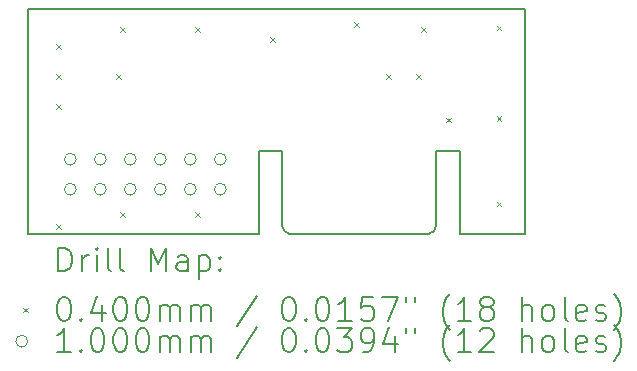
<source format=gbr>
%TF.GenerationSoftware,KiCad,Pcbnew,7.0.7*%
%TF.CreationDate,2024-03-03T16:13:55-05:00*%
%TF.ProjectId,Gamecube_SP1,47616d65-6375-4626-955f-5350312e6b69,rev?*%
%TF.SameCoordinates,Original*%
%TF.FileFunction,Drillmap*%
%TF.FilePolarity,Positive*%
%FSLAX45Y45*%
G04 Gerber Fmt 4.5, Leading zero omitted, Abs format (unit mm)*
G04 Created by KiCad (PCBNEW 7.0.7) date 2024-03-03 16:13:55*
%MOMM*%
%LPD*%
G01*
G04 APERTURE LIST*
%ADD10C,0.150000*%
%ADD11C,0.200000*%
%ADD12C,0.040000*%
%ADD13C,0.100000*%
G04 APERTURE END LIST*
D10*
X10246429Y-11999999D02*
G75*
G03*
X10306429Y-11940000I1J59999D01*
G01*
X8806429Y-12000000D02*
X6856429Y-12000000D01*
X9066429Y-12000000D02*
X10246429Y-12000000D01*
X9006430Y-11940000D02*
G75*
G03*
X9066429Y-12000000I60000J0D01*
G01*
X10506429Y-11300000D02*
X10506429Y-12000000D01*
X11056429Y-10100000D02*
X11056429Y-12000000D01*
X9006429Y-11940000D02*
X9006429Y-11300000D01*
X10306429Y-11300000D02*
X10506429Y-11300000D01*
X6856429Y-12000000D02*
X6856429Y-10100000D01*
X10506429Y-12000000D02*
X11056429Y-12000000D01*
X6856429Y-10100000D02*
X11056429Y-10100000D01*
X10306429Y-11940000D02*
X10306429Y-11300000D01*
X8806429Y-11300000D02*
X9006429Y-11300000D01*
X8806429Y-11300000D02*
X8806429Y-12000000D01*
D11*
D12*
X7092000Y-10394000D02*
X7132000Y-10434000D01*
X7132000Y-10394000D02*
X7092000Y-10434000D01*
X7092000Y-10648000D02*
X7132000Y-10688000D01*
X7132000Y-10648000D02*
X7092000Y-10688000D01*
X7092000Y-10902000D02*
X7132000Y-10942000D01*
X7132000Y-10902000D02*
X7092000Y-10942000D01*
X7092000Y-11918000D02*
X7132000Y-11958000D01*
X7132000Y-11918000D02*
X7092000Y-11958000D01*
X7600000Y-10648000D02*
X7640000Y-10688000D01*
X7640000Y-10648000D02*
X7600000Y-10688000D01*
X7630000Y-10250000D02*
X7670000Y-10290000D01*
X7670000Y-10250000D02*
X7630000Y-10290000D01*
X7630000Y-11820000D02*
X7670000Y-11860000D01*
X7670000Y-11820000D02*
X7630000Y-11860000D01*
X8268000Y-10250000D02*
X8308000Y-10290000D01*
X8308000Y-10250000D02*
X8268000Y-10290000D01*
X8268000Y-11820000D02*
X8308000Y-11860000D01*
X8308000Y-11820000D02*
X8268000Y-11860000D01*
X8900000Y-10339950D02*
X8940000Y-10379950D01*
X8940000Y-10339950D02*
X8900000Y-10379950D01*
X9611429Y-10211364D02*
X9651429Y-10251364D01*
X9651429Y-10211364D02*
X9611429Y-10251364D01*
X9886000Y-10648000D02*
X9926000Y-10688000D01*
X9926000Y-10648000D02*
X9886000Y-10688000D01*
X10140000Y-10648000D02*
X10180000Y-10688000D01*
X10180000Y-10648000D02*
X10140000Y-10688000D01*
X10182000Y-10250000D02*
X10222000Y-10290000D01*
X10222000Y-10250000D02*
X10182000Y-10290000D01*
X10394000Y-11019080D02*
X10434000Y-11059080D01*
X10434000Y-11019080D02*
X10394000Y-11059080D01*
X10820000Y-10240000D02*
X10860000Y-10280000D01*
X10860000Y-10240000D02*
X10820000Y-10280000D01*
X10820000Y-11009080D02*
X10860000Y-11049080D01*
X10860000Y-11009080D02*
X10820000Y-11049080D01*
X10820000Y-11730000D02*
X10860000Y-11770000D01*
X10860000Y-11730000D02*
X10820000Y-11770000D01*
D13*
X7261132Y-11371134D02*
G75*
G03*
X7261132Y-11371134I-50000J0D01*
G01*
X7261132Y-11625134D02*
G75*
G03*
X7261132Y-11625134I-50000J0D01*
G01*
X7515132Y-11371134D02*
G75*
G03*
X7515132Y-11371134I-50000J0D01*
G01*
X7515132Y-11625134D02*
G75*
G03*
X7515132Y-11625134I-50000J0D01*
G01*
X7769132Y-11371134D02*
G75*
G03*
X7769132Y-11371134I-50000J0D01*
G01*
X7769132Y-11625134D02*
G75*
G03*
X7769132Y-11625134I-50000J0D01*
G01*
X8023132Y-11371134D02*
G75*
G03*
X8023132Y-11371134I-50000J0D01*
G01*
X8023132Y-11625134D02*
G75*
G03*
X8023132Y-11625134I-50000J0D01*
G01*
X8277132Y-11371134D02*
G75*
G03*
X8277132Y-11371134I-50000J0D01*
G01*
X8277132Y-11625134D02*
G75*
G03*
X8277132Y-11625134I-50000J0D01*
G01*
X8531132Y-11371134D02*
G75*
G03*
X8531132Y-11371134I-50000J0D01*
G01*
X8531132Y-11625134D02*
G75*
G03*
X8531132Y-11625134I-50000J0D01*
G01*
D11*
X7109705Y-12318984D02*
X7109705Y-12118984D01*
X7109705Y-12118984D02*
X7157324Y-12118984D01*
X7157324Y-12118984D02*
X7185896Y-12128508D01*
X7185896Y-12128508D02*
X7204943Y-12147555D01*
X7204943Y-12147555D02*
X7214467Y-12166603D01*
X7214467Y-12166603D02*
X7223991Y-12204698D01*
X7223991Y-12204698D02*
X7223991Y-12233269D01*
X7223991Y-12233269D02*
X7214467Y-12271365D01*
X7214467Y-12271365D02*
X7204943Y-12290412D01*
X7204943Y-12290412D02*
X7185896Y-12309460D01*
X7185896Y-12309460D02*
X7157324Y-12318984D01*
X7157324Y-12318984D02*
X7109705Y-12318984D01*
X7309705Y-12318984D02*
X7309705Y-12185650D01*
X7309705Y-12223746D02*
X7319229Y-12204698D01*
X7319229Y-12204698D02*
X7328753Y-12195174D01*
X7328753Y-12195174D02*
X7347801Y-12185650D01*
X7347801Y-12185650D02*
X7366848Y-12185650D01*
X7433515Y-12318984D02*
X7433515Y-12185650D01*
X7433515Y-12118984D02*
X7423991Y-12128508D01*
X7423991Y-12128508D02*
X7433515Y-12138031D01*
X7433515Y-12138031D02*
X7443039Y-12128508D01*
X7443039Y-12128508D02*
X7433515Y-12118984D01*
X7433515Y-12118984D02*
X7433515Y-12138031D01*
X7557324Y-12318984D02*
X7538277Y-12309460D01*
X7538277Y-12309460D02*
X7528753Y-12290412D01*
X7528753Y-12290412D02*
X7528753Y-12118984D01*
X7662086Y-12318984D02*
X7643039Y-12309460D01*
X7643039Y-12309460D02*
X7633515Y-12290412D01*
X7633515Y-12290412D02*
X7633515Y-12118984D01*
X7890658Y-12318984D02*
X7890658Y-12118984D01*
X7890658Y-12118984D02*
X7957324Y-12261841D01*
X7957324Y-12261841D02*
X8023991Y-12118984D01*
X8023991Y-12118984D02*
X8023991Y-12318984D01*
X8204943Y-12318984D02*
X8204943Y-12214222D01*
X8204943Y-12214222D02*
X8195420Y-12195174D01*
X8195420Y-12195174D02*
X8176372Y-12185650D01*
X8176372Y-12185650D02*
X8138277Y-12185650D01*
X8138277Y-12185650D02*
X8119229Y-12195174D01*
X8204943Y-12309460D02*
X8185896Y-12318984D01*
X8185896Y-12318984D02*
X8138277Y-12318984D01*
X8138277Y-12318984D02*
X8119229Y-12309460D01*
X8119229Y-12309460D02*
X8109705Y-12290412D01*
X8109705Y-12290412D02*
X8109705Y-12271365D01*
X8109705Y-12271365D02*
X8119229Y-12252317D01*
X8119229Y-12252317D02*
X8138277Y-12242793D01*
X8138277Y-12242793D02*
X8185896Y-12242793D01*
X8185896Y-12242793D02*
X8204943Y-12233269D01*
X8300182Y-12185650D02*
X8300182Y-12385650D01*
X8300182Y-12195174D02*
X8319229Y-12185650D01*
X8319229Y-12185650D02*
X8357324Y-12185650D01*
X8357324Y-12185650D02*
X8376372Y-12195174D01*
X8376372Y-12195174D02*
X8385896Y-12204698D01*
X8385896Y-12204698D02*
X8395420Y-12223746D01*
X8395420Y-12223746D02*
X8395420Y-12280888D01*
X8395420Y-12280888D02*
X8385896Y-12299936D01*
X8385896Y-12299936D02*
X8376372Y-12309460D01*
X8376372Y-12309460D02*
X8357324Y-12318984D01*
X8357324Y-12318984D02*
X8319229Y-12318984D01*
X8319229Y-12318984D02*
X8300182Y-12309460D01*
X8481134Y-12299936D02*
X8490658Y-12309460D01*
X8490658Y-12309460D02*
X8481134Y-12318984D01*
X8481134Y-12318984D02*
X8471610Y-12309460D01*
X8471610Y-12309460D02*
X8481134Y-12299936D01*
X8481134Y-12299936D02*
X8481134Y-12318984D01*
X8481134Y-12195174D02*
X8490658Y-12204698D01*
X8490658Y-12204698D02*
X8481134Y-12214222D01*
X8481134Y-12214222D02*
X8471610Y-12204698D01*
X8471610Y-12204698D02*
X8481134Y-12195174D01*
X8481134Y-12195174D02*
X8481134Y-12214222D01*
D12*
X6808929Y-12627500D02*
X6848929Y-12667500D01*
X6848929Y-12627500D02*
X6808929Y-12667500D01*
D11*
X7147801Y-12538984D02*
X7166848Y-12538984D01*
X7166848Y-12538984D02*
X7185896Y-12548508D01*
X7185896Y-12548508D02*
X7195420Y-12558031D01*
X7195420Y-12558031D02*
X7204943Y-12577079D01*
X7204943Y-12577079D02*
X7214467Y-12615174D01*
X7214467Y-12615174D02*
X7214467Y-12662793D01*
X7214467Y-12662793D02*
X7204943Y-12700888D01*
X7204943Y-12700888D02*
X7195420Y-12719936D01*
X7195420Y-12719936D02*
X7185896Y-12729460D01*
X7185896Y-12729460D02*
X7166848Y-12738984D01*
X7166848Y-12738984D02*
X7147801Y-12738984D01*
X7147801Y-12738984D02*
X7128753Y-12729460D01*
X7128753Y-12729460D02*
X7119229Y-12719936D01*
X7119229Y-12719936D02*
X7109705Y-12700888D01*
X7109705Y-12700888D02*
X7100182Y-12662793D01*
X7100182Y-12662793D02*
X7100182Y-12615174D01*
X7100182Y-12615174D02*
X7109705Y-12577079D01*
X7109705Y-12577079D02*
X7119229Y-12558031D01*
X7119229Y-12558031D02*
X7128753Y-12548508D01*
X7128753Y-12548508D02*
X7147801Y-12538984D01*
X7300182Y-12719936D02*
X7309705Y-12729460D01*
X7309705Y-12729460D02*
X7300182Y-12738984D01*
X7300182Y-12738984D02*
X7290658Y-12729460D01*
X7290658Y-12729460D02*
X7300182Y-12719936D01*
X7300182Y-12719936D02*
X7300182Y-12738984D01*
X7481134Y-12605650D02*
X7481134Y-12738984D01*
X7433515Y-12529460D02*
X7385896Y-12672317D01*
X7385896Y-12672317D02*
X7509705Y-12672317D01*
X7623991Y-12538984D02*
X7643039Y-12538984D01*
X7643039Y-12538984D02*
X7662086Y-12548508D01*
X7662086Y-12548508D02*
X7671610Y-12558031D01*
X7671610Y-12558031D02*
X7681134Y-12577079D01*
X7681134Y-12577079D02*
X7690658Y-12615174D01*
X7690658Y-12615174D02*
X7690658Y-12662793D01*
X7690658Y-12662793D02*
X7681134Y-12700888D01*
X7681134Y-12700888D02*
X7671610Y-12719936D01*
X7671610Y-12719936D02*
X7662086Y-12729460D01*
X7662086Y-12729460D02*
X7643039Y-12738984D01*
X7643039Y-12738984D02*
X7623991Y-12738984D01*
X7623991Y-12738984D02*
X7604943Y-12729460D01*
X7604943Y-12729460D02*
X7595420Y-12719936D01*
X7595420Y-12719936D02*
X7585896Y-12700888D01*
X7585896Y-12700888D02*
X7576372Y-12662793D01*
X7576372Y-12662793D02*
X7576372Y-12615174D01*
X7576372Y-12615174D02*
X7585896Y-12577079D01*
X7585896Y-12577079D02*
X7595420Y-12558031D01*
X7595420Y-12558031D02*
X7604943Y-12548508D01*
X7604943Y-12548508D02*
X7623991Y-12538984D01*
X7814467Y-12538984D02*
X7833515Y-12538984D01*
X7833515Y-12538984D02*
X7852563Y-12548508D01*
X7852563Y-12548508D02*
X7862086Y-12558031D01*
X7862086Y-12558031D02*
X7871610Y-12577079D01*
X7871610Y-12577079D02*
X7881134Y-12615174D01*
X7881134Y-12615174D02*
X7881134Y-12662793D01*
X7881134Y-12662793D02*
X7871610Y-12700888D01*
X7871610Y-12700888D02*
X7862086Y-12719936D01*
X7862086Y-12719936D02*
X7852563Y-12729460D01*
X7852563Y-12729460D02*
X7833515Y-12738984D01*
X7833515Y-12738984D02*
X7814467Y-12738984D01*
X7814467Y-12738984D02*
X7795420Y-12729460D01*
X7795420Y-12729460D02*
X7785896Y-12719936D01*
X7785896Y-12719936D02*
X7776372Y-12700888D01*
X7776372Y-12700888D02*
X7766848Y-12662793D01*
X7766848Y-12662793D02*
X7766848Y-12615174D01*
X7766848Y-12615174D02*
X7776372Y-12577079D01*
X7776372Y-12577079D02*
X7785896Y-12558031D01*
X7785896Y-12558031D02*
X7795420Y-12548508D01*
X7795420Y-12548508D02*
X7814467Y-12538984D01*
X7966848Y-12738984D02*
X7966848Y-12605650D01*
X7966848Y-12624698D02*
X7976372Y-12615174D01*
X7976372Y-12615174D02*
X7995420Y-12605650D01*
X7995420Y-12605650D02*
X8023991Y-12605650D01*
X8023991Y-12605650D02*
X8043039Y-12615174D01*
X8043039Y-12615174D02*
X8052563Y-12634222D01*
X8052563Y-12634222D02*
X8052563Y-12738984D01*
X8052563Y-12634222D02*
X8062086Y-12615174D01*
X8062086Y-12615174D02*
X8081134Y-12605650D01*
X8081134Y-12605650D02*
X8109705Y-12605650D01*
X8109705Y-12605650D02*
X8128753Y-12615174D01*
X8128753Y-12615174D02*
X8138277Y-12634222D01*
X8138277Y-12634222D02*
X8138277Y-12738984D01*
X8233515Y-12738984D02*
X8233515Y-12605650D01*
X8233515Y-12624698D02*
X8243039Y-12615174D01*
X8243039Y-12615174D02*
X8262086Y-12605650D01*
X8262086Y-12605650D02*
X8290658Y-12605650D01*
X8290658Y-12605650D02*
X8309705Y-12615174D01*
X8309705Y-12615174D02*
X8319229Y-12634222D01*
X8319229Y-12634222D02*
X8319229Y-12738984D01*
X8319229Y-12634222D02*
X8328753Y-12615174D01*
X8328753Y-12615174D02*
X8347801Y-12605650D01*
X8347801Y-12605650D02*
X8376372Y-12605650D01*
X8376372Y-12605650D02*
X8395420Y-12615174D01*
X8395420Y-12615174D02*
X8404944Y-12634222D01*
X8404944Y-12634222D02*
X8404944Y-12738984D01*
X8795420Y-12529460D02*
X8623991Y-12786603D01*
X9052563Y-12538984D02*
X9071610Y-12538984D01*
X9071610Y-12538984D02*
X9090658Y-12548508D01*
X9090658Y-12548508D02*
X9100182Y-12558031D01*
X9100182Y-12558031D02*
X9109706Y-12577079D01*
X9109706Y-12577079D02*
X9119229Y-12615174D01*
X9119229Y-12615174D02*
X9119229Y-12662793D01*
X9119229Y-12662793D02*
X9109706Y-12700888D01*
X9109706Y-12700888D02*
X9100182Y-12719936D01*
X9100182Y-12719936D02*
X9090658Y-12729460D01*
X9090658Y-12729460D02*
X9071610Y-12738984D01*
X9071610Y-12738984D02*
X9052563Y-12738984D01*
X9052563Y-12738984D02*
X9033515Y-12729460D01*
X9033515Y-12729460D02*
X9023991Y-12719936D01*
X9023991Y-12719936D02*
X9014468Y-12700888D01*
X9014468Y-12700888D02*
X9004944Y-12662793D01*
X9004944Y-12662793D02*
X9004944Y-12615174D01*
X9004944Y-12615174D02*
X9014468Y-12577079D01*
X9014468Y-12577079D02*
X9023991Y-12558031D01*
X9023991Y-12558031D02*
X9033515Y-12548508D01*
X9033515Y-12548508D02*
X9052563Y-12538984D01*
X9204944Y-12719936D02*
X9214468Y-12729460D01*
X9214468Y-12729460D02*
X9204944Y-12738984D01*
X9204944Y-12738984D02*
X9195420Y-12729460D01*
X9195420Y-12729460D02*
X9204944Y-12719936D01*
X9204944Y-12719936D02*
X9204944Y-12738984D01*
X9338277Y-12538984D02*
X9357325Y-12538984D01*
X9357325Y-12538984D02*
X9376372Y-12548508D01*
X9376372Y-12548508D02*
X9385896Y-12558031D01*
X9385896Y-12558031D02*
X9395420Y-12577079D01*
X9395420Y-12577079D02*
X9404944Y-12615174D01*
X9404944Y-12615174D02*
X9404944Y-12662793D01*
X9404944Y-12662793D02*
X9395420Y-12700888D01*
X9395420Y-12700888D02*
X9385896Y-12719936D01*
X9385896Y-12719936D02*
X9376372Y-12729460D01*
X9376372Y-12729460D02*
X9357325Y-12738984D01*
X9357325Y-12738984D02*
X9338277Y-12738984D01*
X9338277Y-12738984D02*
X9319229Y-12729460D01*
X9319229Y-12729460D02*
X9309706Y-12719936D01*
X9309706Y-12719936D02*
X9300182Y-12700888D01*
X9300182Y-12700888D02*
X9290658Y-12662793D01*
X9290658Y-12662793D02*
X9290658Y-12615174D01*
X9290658Y-12615174D02*
X9300182Y-12577079D01*
X9300182Y-12577079D02*
X9309706Y-12558031D01*
X9309706Y-12558031D02*
X9319229Y-12548508D01*
X9319229Y-12548508D02*
X9338277Y-12538984D01*
X9595420Y-12738984D02*
X9481134Y-12738984D01*
X9538277Y-12738984D02*
X9538277Y-12538984D01*
X9538277Y-12538984D02*
X9519229Y-12567555D01*
X9519229Y-12567555D02*
X9500182Y-12586603D01*
X9500182Y-12586603D02*
X9481134Y-12596127D01*
X9776372Y-12538984D02*
X9681134Y-12538984D01*
X9681134Y-12538984D02*
X9671610Y-12634222D01*
X9671610Y-12634222D02*
X9681134Y-12624698D01*
X9681134Y-12624698D02*
X9700182Y-12615174D01*
X9700182Y-12615174D02*
X9747801Y-12615174D01*
X9747801Y-12615174D02*
X9766849Y-12624698D01*
X9766849Y-12624698D02*
X9776372Y-12634222D01*
X9776372Y-12634222D02*
X9785896Y-12653269D01*
X9785896Y-12653269D02*
X9785896Y-12700888D01*
X9785896Y-12700888D02*
X9776372Y-12719936D01*
X9776372Y-12719936D02*
X9766849Y-12729460D01*
X9766849Y-12729460D02*
X9747801Y-12738984D01*
X9747801Y-12738984D02*
X9700182Y-12738984D01*
X9700182Y-12738984D02*
X9681134Y-12729460D01*
X9681134Y-12729460D02*
X9671610Y-12719936D01*
X9852563Y-12538984D02*
X9985896Y-12538984D01*
X9985896Y-12538984D02*
X9900182Y-12738984D01*
X10052563Y-12538984D02*
X10052563Y-12577079D01*
X10128753Y-12538984D02*
X10128753Y-12577079D01*
X10423992Y-12815174D02*
X10414468Y-12805650D01*
X10414468Y-12805650D02*
X10395420Y-12777079D01*
X10395420Y-12777079D02*
X10385896Y-12758031D01*
X10385896Y-12758031D02*
X10376372Y-12729460D01*
X10376372Y-12729460D02*
X10366849Y-12681841D01*
X10366849Y-12681841D02*
X10366849Y-12643746D01*
X10366849Y-12643746D02*
X10376372Y-12596127D01*
X10376372Y-12596127D02*
X10385896Y-12567555D01*
X10385896Y-12567555D02*
X10395420Y-12548508D01*
X10395420Y-12548508D02*
X10414468Y-12519936D01*
X10414468Y-12519936D02*
X10423992Y-12510412D01*
X10604944Y-12738984D02*
X10490658Y-12738984D01*
X10547801Y-12738984D02*
X10547801Y-12538984D01*
X10547801Y-12538984D02*
X10528753Y-12567555D01*
X10528753Y-12567555D02*
X10509706Y-12586603D01*
X10509706Y-12586603D02*
X10490658Y-12596127D01*
X10719230Y-12624698D02*
X10700182Y-12615174D01*
X10700182Y-12615174D02*
X10690658Y-12605650D01*
X10690658Y-12605650D02*
X10681134Y-12586603D01*
X10681134Y-12586603D02*
X10681134Y-12577079D01*
X10681134Y-12577079D02*
X10690658Y-12558031D01*
X10690658Y-12558031D02*
X10700182Y-12548508D01*
X10700182Y-12548508D02*
X10719230Y-12538984D01*
X10719230Y-12538984D02*
X10757325Y-12538984D01*
X10757325Y-12538984D02*
X10776372Y-12548508D01*
X10776372Y-12548508D02*
X10785896Y-12558031D01*
X10785896Y-12558031D02*
X10795420Y-12577079D01*
X10795420Y-12577079D02*
X10795420Y-12586603D01*
X10795420Y-12586603D02*
X10785896Y-12605650D01*
X10785896Y-12605650D02*
X10776372Y-12615174D01*
X10776372Y-12615174D02*
X10757325Y-12624698D01*
X10757325Y-12624698D02*
X10719230Y-12624698D01*
X10719230Y-12624698D02*
X10700182Y-12634222D01*
X10700182Y-12634222D02*
X10690658Y-12643746D01*
X10690658Y-12643746D02*
X10681134Y-12662793D01*
X10681134Y-12662793D02*
X10681134Y-12700888D01*
X10681134Y-12700888D02*
X10690658Y-12719936D01*
X10690658Y-12719936D02*
X10700182Y-12729460D01*
X10700182Y-12729460D02*
X10719230Y-12738984D01*
X10719230Y-12738984D02*
X10757325Y-12738984D01*
X10757325Y-12738984D02*
X10776372Y-12729460D01*
X10776372Y-12729460D02*
X10785896Y-12719936D01*
X10785896Y-12719936D02*
X10795420Y-12700888D01*
X10795420Y-12700888D02*
X10795420Y-12662793D01*
X10795420Y-12662793D02*
X10785896Y-12643746D01*
X10785896Y-12643746D02*
X10776372Y-12634222D01*
X10776372Y-12634222D02*
X10757325Y-12624698D01*
X11033515Y-12738984D02*
X11033515Y-12538984D01*
X11119230Y-12738984D02*
X11119230Y-12634222D01*
X11119230Y-12634222D02*
X11109706Y-12615174D01*
X11109706Y-12615174D02*
X11090658Y-12605650D01*
X11090658Y-12605650D02*
X11062087Y-12605650D01*
X11062087Y-12605650D02*
X11043039Y-12615174D01*
X11043039Y-12615174D02*
X11033515Y-12624698D01*
X11243039Y-12738984D02*
X11223991Y-12729460D01*
X11223991Y-12729460D02*
X11214468Y-12719936D01*
X11214468Y-12719936D02*
X11204944Y-12700888D01*
X11204944Y-12700888D02*
X11204944Y-12643746D01*
X11204944Y-12643746D02*
X11214468Y-12624698D01*
X11214468Y-12624698D02*
X11223991Y-12615174D01*
X11223991Y-12615174D02*
X11243039Y-12605650D01*
X11243039Y-12605650D02*
X11271611Y-12605650D01*
X11271611Y-12605650D02*
X11290658Y-12615174D01*
X11290658Y-12615174D02*
X11300182Y-12624698D01*
X11300182Y-12624698D02*
X11309706Y-12643746D01*
X11309706Y-12643746D02*
X11309706Y-12700888D01*
X11309706Y-12700888D02*
X11300182Y-12719936D01*
X11300182Y-12719936D02*
X11290658Y-12729460D01*
X11290658Y-12729460D02*
X11271611Y-12738984D01*
X11271611Y-12738984D02*
X11243039Y-12738984D01*
X11423991Y-12738984D02*
X11404944Y-12729460D01*
X11404944Y-12729460D02*
X11395420Y-12710412D01*
X11395420Y-12710412D02*
X11395420Y-12538984D01*
X11576372Y-12729460D02*
X11557325Y-12738984D01*
X11557325Y-12738984D02*
X11519230Y-12738984D01*
X11519230Y-12738984D02*
X11500182Y-12729460D01*
X11500182Y-12729460D02*
X11490658Y-12710412D01*
X11490658Y-12710412D02*
X11490658Y-12634222D01*
X11490658Y-12634222D02*
X11500182Y-12615174D01*
X11500182Y-12615174D02*
X11519230Y-12605650D01*
X11519230Y-12605650D02*
X11557325Y-12605650D01*
X11557325Y-12605650D02*
X11576372Y-12615174D01*
X11576372Y-12615174D02*
X11585896Y-12634222D01*
X11585896Y-12634222D02*
X11585896Y-12653269D01*
X11585896Y-12653269D02*
X11490658Y-12672317D01*
X11662087Y-12729460D02*
X11681134Y-12738984D01*
X11681134Y-12738984D02*
X11719230Y-12738984D01*
X11719230Y-12738984D02*
X11738277Y-12729460D01*
X11738277Y-12729460D02*
X11747801Y-12710412D01*
X11747801Y-12710412D02*
X11747801Y-12700888D01*
X11747801Y-12700888D02*
X11738277Y-12681841D01*
X11738277Y-12681841D02*
X11719230Y-12672317D01*
X11719230Y-12672317D02*
X11690658Y-12672317D01*
X11690658Y-12672317D02*
X11671611Y-12662793D01*
X11671611Y-12662793D02*
X11662087Y-12643746D01*
X11662087Y-12643746D02*
X11662087Y-12634222D01*
X11662087Y-12634222D02*
X11671611Y-12615174D01*
X11671611Y-12615174D02*
X11690658Y-12605650D01*
X11690658Y-12605650D02*
X11719230Y-12605650D01*
X11719230Y-12605650D02*
X11738277Y-12615174D01*
X11814468Y-12815174D02*
X11823992Y-12805650D01*
X11823992Y-12805650D02*
X11843039Y-12777079D01*
X11843039Y-12777079D02*
X11852563Y-12758031D01*
X11852563Y-12758031D02*
X11862087Y-12729460D01*
X11862087Y-12729460D02*
X11871611Y-12681841D01*
X11871611Y-12681841D02*
X11871611Y-12643746D01*
X11871611Y-12643746D02*
X11862087Y-12596127D01*
X11862087Y-12596127D02*
X11852563Y-12567555D01*
X11852563Y-12567555D02*
X11843039Y-12548508D01*
X11843039Y-12548508D02*
X11823992Y-12519936D01*
X11823992Y-12519936D02*
X11814468Y-12510412D01*
D13*
X6848929Y-12911500D02*
G75*
G03*
X6848929Y-12911500I-50000J0D01*
G01*
D11*
X7214467Y-13002984D02*
X7100182Y-13002984D01*
X7157324Y-13002984D02*
X7157324Y-12802984D01*
X7157324Y-12802984D02*
X7138277Y-12831555D01*
X7138277Y-12831555D02*
X7119229Y-12850603D01*
X7119229Y-12850603D02*
X7100182Y-12860127D01*
X7300182Y-12983936D02*
X7309705Y-12993460D01*
X7309705Y-12993460D02*
X7300182Y-13002984D01*
X7300182Y-13002984D02*
X7290658Y-12993460D01*
X7290658Y-12993460D02*
X7300182Y-12983936D01*
X7300182Y-12983936D02*
X7300182Y-13002984D01*
X7433515Y-12802984D02*
X7452563Y-12802984D01*
X7452563Y-12802984D02*
X7471610Y-12812508D01*
X7471610Y-12812508D02*
X7481134Y-12822031D01*
X7481134Y-12822031D02*
X7490658Y-12841079D01*
X7490658Y-12841079D02*
X7500182Y-12879174D01*
X7500182Y-12879174D02*
X7500182Y-12926793D01*
X7500182Y-12926793D02*
X7490658Y-12964888D01*
X7490658Y-12964888D02*
X7481134Y-12983936D01*
X7481134Y-12983936D02*
X7471610Y-12993460D01*
X7471610Y-12993460D02*
X7452563Y-13002984D01*
X7452563Y-13002984D02*
X7433515Y-13002984D01*
X7433515Y-13002984D02*
X7414467Y-12993460D01*
X7414467Y-12993460D02*
X7404943Y-12983936D01*
X7404943Y-12983936D02*
X7395420Y-12964888D01*
X7395420Y-12964888D02*
X7385896Y-12926793D01*
X7385896Y-12926793D02*
X7385896Y-12879174D01*
X7385896Y-12879174D02*
X7395420Y-12841079D01*
X7395420Y-12841079D02*
X7404943Y-12822031D01*
X7404943Y-12822031D02*
X7414467Y-12812508D01*
X7414467Y-12812508D02*
X7433515Y-12802984D01*
X7623991Y-12802984D02*
X7643039Y-12802984D01*
X7643039Y-12802984D02*
X7662086Y-12812508D01*
X7662086Y-12812508D02*
X7671610Y-12822031D01*
X7671610Y-12822031D02*
X7681134Y-12841079D01*
X7681134Y-12841079D02*
X7690658Y-12879174D01*
X7690658Y-12879174D02*
X7690658Y-12926793D01*
X7690658Y-12926793D02*
X7681134Y-12964888D01*
X7681134Y-12964888D02*
X7671610Y-12983936D01*
X7671610Y-12983936D02*
X7662086Y-12993460D01*
X7662086Y-12993460D02*
X7643039Y-13002984D01*
X7643039Y-13002984D02*
X7623991Y-13002984D01*
X7623991Y-13002984D02*
X7604943Y-12993460D01*
X7604943Y-12993460D02*
X7595420Y-12983936D01*
X7595420Y-12983936D02*
X7585896Y-12964888D01*
X7585896Y-12964888D02*
X7576372Y-12926793D01*
X7576372Y-12926793D02*
X7576372Y-12879174D01*
X7576372Y-12879174D02*
X7585896Y-12841079D01*
X7585896Y-12841079D02*
X7595420Y-12822031D01*
X7595420Y-12822031D02*
X7604943Y-12812508D01*
X7604943Y-12812508D02*
X7623991Y-12802984D01*
X7814467Y-12802984D02*
X7833515Y-12802984D01*
X7833515Y-12802984D02*
X7852563Y-12812508D01*
X7852563Y-12812508D02*
X7862086Y-12822031D01*
X7862086Y-12822031D02*
X7871610Y-12841079D01*
X7871610Y-12841079D02*
X7881134Y-12879174D01*
X7881134Y-12879174D02*
X7881134Y-12926793D01*
X7881134Y-12926793D02*
X7871610Y-12964888D01*
X7871610Y-12964888D02*
X7862086Y-12983936D01*
X7862086Y-12983936D02*
X7852563Y-12993460D01*
X7852563Y-12993460D02*
X7833515Y-13002984D01*
X7833515Y-13002984D02*
X7814467Y-13002984D01*
X7814467Y-13002984D02*
X7795420Y-12993460D01*
X7795420Y-12993460D02*
X7785896Y-12983936D01*
X7785896Y-12983936D02*
X7776372Y-12964888D01*
X7776372Y-12964888D02*
X7766848Y-12926793D01*
X7766848Y-12926793D02*
X7766848Y-12879174D01*
X7766848Y-12879174D02*
X7776372Y-12841079D01*
X7776372Y-12841079D02*
X7785896Y-12822031D01*
X7785896Y-12822031D02*
X7795420Y-12812508D01*
X7795420Y-12812508D02*
X7814467Y-12802984D01*
X7966848Y-13002984D02*
X7966848Y-12869650D01*
X7966848Y-12888698D02*
X7976372Y-12879174D01*
X7976372Y-12879174D02*
X7995420Y-12869650D01*
X7995420Y-12869650D02*
X8023991Y-12869650D01*
X8023991Y-12869650D02*
X8043039Y-12879174D01*
X8043039Y-12879174D02*
X8052563Y-12898222D01*
X8052563Y-12898222D02*
X8052563Y-13002984D01*
X8052563Y-12898222D02*
X8062086Y-12879174D01*
X8062086Y-12879174D02*
X8081134Y-12869650D01*
X8081134Y-12869650D02*
X8109705Y-12869650D01*
X8109705Y-12869650D02*
X8128753Y-12879174D01*
X8128753Y-12879174D02*
X8138277Y-12898222D01*
X8138277Y-12898222D02*
X8138277Y-13002984D01*
X8233515Y-13002984D02*
X8233515Y-12869650D01*
X8233515Y-12888698D02*
X8243039Y-12879174D01*
X8243039Y-12879174D02*
X8262086Y-12869650D01*
X8262086Y-12869650D02*
X8290658Y-12869650D01*
X8290658Y-12869650D02*
X8309705Y-12879174D01*
X8309705Y-12879174D02*
X8319229Y-12898222D01*
X8319229Y-12898222D02*
X8319229Y-13002984D01*
X8319229Y-12898222D02*
X8328753Y-12879174D01*
X8328753Y-12879174D02*
X8347801Y-12869650D01*
X8347801Y-12869650D02*
X8376372Y-12869650D01*
X8376372Y-12869650D02*
X8395420Y-12879174D01*
X8395420Y-12879174D02*
X8404944Y-12898222D01*
X8404944Y-12898222D02*
X8404944Y-13002984D01*
X8795420Y-12793460D02*
X8623991Y-13050603D01*
X9052563Y-12802984D02*
X9071610Y-12802984D01*
X9071610Y-12802984D02*
X9090658Y-12812508D01*
X9090658Y-12812508D02*
X9100182Y-12822031D01*
X9100182Y-12822031D02*
X9109706Y-12841079D01*
X9109706Y-12841079D02*
X9119229Y-12879174D01*
X9119229Y-12879174D02*
X9119229Y-12926793D01*
X9119229Y-12926793D02*
X9109706Y-12964888D01*
X9109706Y-12964888D02*
X9100182Y-12983936D01*
X9100182Y-12983936D02*
X9090658Y-12993460D01*
X9090658Y-12993460D02*
X9071610Y-13002984D01*
X9071610Y-13002984D02*
X9052563Y-13002984D01*
X9052563Y-13002984D02*
X9033515Y-12993460D01*
X9033515Y-12993460D02*
X9023991Y-12983936D01*
X9023991Y-12983936D02*
X9014468Y-12964888D01*
X9014468Y-12964888D02*
X9004944Y-12926793D01*
X9004944Y-12926793D02*
X9004944Y-12879174D01*
X9004944Y-12879174D02*
X9014468Y-12841079D01*
X9014468Y-12841079D02*
X9023991Y-12822031D01*
X9023991Y-12822031D02*
X9033515Y-12812508D01*
X9033515Y-12812508D02*
X9052563Y-12802984D01*
X9204944Y-12983936D02*
X9214468Y-12993460D01*
X9214468Y-12993460D02*
X9204944Y-13002984D01*
X9204944Y-13002984D02*
X9195420Y-12993460D01*
X9195420Y-12993460D02*
X9204944Y-12983936D01*
X9204944Y-12983936D02*
X9204944Y-13002984D01*
X9338277Y-12802984D02*
X9357325Y-12802984D01*
X9357325Y-12802984D02*
X9376372Y-12812508D01*
X9376372Y-12812508D02*
X9385896Y-12822031D01*
X9385896Y-12822031D02*
X9395420Y-12841079D01*
X9395420Y-12841079D02*
X9404944Y-12879174D01*
X9404944Y-12879174D02*
X9404944Y-12926793D01*
X9404944Y-12926793D02*
X9395420Y-12964888D01*
X9395420Y-12964888D02*
X9385896Y-12983936D01*
X9385896Y-12983936D02*
X9376372Y-12993460D01*
X9376372Y-12993460D02*
X9357325Y-13002984D01*
X9357325Y-13002984D02*
X9338277Y-13002984D01*
X9338277Y-13002984D02*
X9319229Y-12993460D01*
X9319229Y-12993460D02*
X9309706Y-12983936D01*
X9309706Y-12983936D02*
X9300182Y-12964888D01*
X9300182Y-12964888D02*
X9290658Y-12926793D01*
X9290658Y-12926793D02*
X9290658Y-12879174D01*
X9290658Y-12879174D02*
X9300182Y-12841079D01*
X9300182Y-12841079D02*
X9309706Y-12822031D01*
X9309706Y-12822031D02*
X9319229Y-12812508D01*
X9319229Y-12812508D02*
X9338277Y-12802984D01*
X9471610Y-12802984D02*
X9595420Y-12802984D01*
X9595420Y-12802984D02*
X9528753Y-12879174D01*
X9528753Y-12879174D02*
X9557325Y-12879174D01*
X9557325Y-12879174D02*
X9576372Y-12888698D01*
X9576372Y-12888698D02*
X9585896Y-12898222D01*
X9585896Y-12898222D02*
X9595420Y-12917269D01*
X9595420Y-12917269D02*
X9595420Y-12964888D01*
X9595420Y-12964888D02*
X9585896Y-12983936D01*
X9585896Y-12983936D02*
X9576372Y-12993460D01*
X9576372Y-12993460D02*
X9557325Y-13002984D01*
X9557325Y-13002984D02*
X9500182Y-13002984D01*
X9500182Y-13002984D02*
X9481134Y-12993460D01*
X9481134Y-12993460D02*
X9471610Y-12983936D01*
X9690658Y-13002984D02*
X9728753Y-13002984D01*
X9728753Y-13002984D02*
X9747801Y-12993460D01*
X9747801Y-12993460D02*
X9757325Y-12983936D01*
X9757325Y-12983936D02*
X9776372Y-12955365D01*
X9776372Y-12955365D02*
X9785896Y-12917269D01*
X9785896Y-12917269D02*
X9785896Y-12841079D01*
X9785896Y-12841079D02*
X9776372Y-12822031D01*
X9776372Y-12822031D02*
X9766849Y-12812508D01*
X9766849Y-12812508D02*
X9747801Y-12802984D01*
X9747801Y-12802984D02*
X9709706Y-12802984D01*
X9709706Y-12802984D02*
X9690658Y-12812508D01*
X9690658Y-12812508D02*
X9681134Y-12822031D01*
X9681134Y-12822031D02*
X9671610Y-12841079D01*
X9671610Y-12841079D02*
X9671610Y-12888698D01*
X9671610Y-12888698D02*
X9681134Y-12907746D01*
X9681134Y-12907746D02*
X9690658Y-12917269D01*
X9690658Y-12917269D02*
X9709706Y-12926793D01*
X9709706Y-12926793D02*
X9747801Y-12926793D01*
X9747801Y-12926793D02*
X9766849Y-12917269D01*
X9766849Y-12917269D02*
X9776372Y-12907746D01*
X9776372Y-12907746D02*
X9785896Y-12888698D01*
X9957325Y-12869650D02*
X9957325Y-13002984D01*
X9909706Y-12793460D02*
X9862087Y-12936317D01*
X9862087Y-12936317D02*
X9985896Y-12936317D01*
X10052563Y-12802984D02*
X10052563Y-12841079D01*
X10128753Y-12802984D02*
X10128753Y-12841079D01*
X10423992Y-13079174D02*
X10414468Y-13069650D01*
X10414468Y-13069650D02*
X10395420Y-13041079D01*
X10395420Y-13041079D02*
X10385896Y-13022031D01*
X10385896Y-13022031D02*
X10376372Y-12993460D01*
X10376372Y-12993460D02*
X10366849Y-12945841D01*
X10366849Y-12945841D02*
X10366849Y-12907746D01*
X10366849Y-12907746D02*
X10376372Y-12860127D01*
X10376372Y-12860127D02*
X10385896Y-12831555D01*
X10385896Y-12831555D02*
X10395420Y-12812508D01*
X10395420Y-12812508D02*
X10414468Y-12783936D01*
X10414468Y-12783936D02*
X10423992Y-12774412D01*
X10604944Y-13002984D02*
X10490658Y-13002984D01*
X10547801Y-13002984D02*
X10547801Y-12802984D01*
X10547801Y-12802984D02*
X10528753Y-12831555D01*
X10528753Y-12831555D02*
X10509706Y-12850603D01*
X10509706Y-12850603D02*
X10490658Y-12860127D01*
X10681134Y-12822031D02*
X10690658Y-12812508D01*
X10690658Y-12812508D02*
X10709706Y-12802984D01*
X10709706Y-12802984D02*
X10757325Y-12802984D01*
X10757325Y-12802984D02*
X10776372Y-12812508D01*
X10776372Y-12812508D02*
X10785896Y-12822031D01*
X10785896Y-12822031D02*
X10795420Y-12841079D01*
X10795420Y-12841079D02*
X10795420Y-12860127D01*
X10795420Y-12860127D02*
X10785896Y-12888698D01*
X10785896Y-12888698D02*
X10671611Y-13002984D01*
X10671611Y-13002984D02*
X10795420Y-13002984D01*
X11033515Y-13002984D02*
X11033515Y-12802984D01*
X11119230Y-13002984D02*
X11119230Y-12898222D01*
X11119230Y-12898222D02*
X11109706Y-12879174D01*
X11109706Y-12879174D02*
X11090658Y-12869650D01*
X11090658Y-12869650D02*
X11062087Y-12869650D01*
X11062087Y-12869650D02*
X11043039Y-12879174D01*
X11043039Y-12879174D02*
X11033515Y-12888698D01*
X11243039Y-13002984D02*
X11223991Y-12993460D01*
X11223991Y-12993460D02*
X11214468Y-12983936D01*
X11214468Y-12983936D02*
X11204944Y-12964888D01*
X11204944Y-12964888D02*
X11204944Y-12907746D01*
X11204944Y-12907746D02*
X11214468Y-12888698D01*
X11214468Y-12888698D02*
X11223991Y-12879174D01*
X11223991Y-12879174D02*
X11243039Y-12869650D01*
X11243039Y-12869650D02*
X11271611Y-12869650D01*
X11271611Y-12869650D02*
X11290658Y-12879174D01*
X11290658Y-12879174D02*
X11300182Y-12888698D01*
X11300182Y-12888698D02*
X11309706Y-12907746D01*
X11309706Y-12907746D02*
X11309706Y-12964888D01*
X11309706Y-12964888D02*
X11300182Y-12983936D01*
X11300182Y-12983936D02*
X11290658Y-12993460D01*
X11290658Y-12993460D02*
X11271611Y-13002984D01*
X11271611Y-13002984D02*
X11243039Y-13002984D01*
X11423991Y-13002984D02*
X11404944Y-12993460D01*
X11404944Y-12993460D02*
X11395420Y-12974412D01*
X11395420Y-12974412D02*
X11395420Y-12802984D01*
X11576372Y-12993460D02*
X11557325Y-13002984D01*
X11557325Y-13002984D02*
X11519230Y-13002984D01*
X11519230Y-13002984D02*
X11500182Y-12993460D01*
X11500182Y-12993460D02*
X11490658Y-12974412D01*
X11490658Y-12974412D02*
X11490658Y-12898222D01*
X11490658Y-12898222D02*
X11500182Y-12879174D01*
X11500182Y-12879174D02*
X11519230Y-12869650D01*
X11519230Y-12869650D02*
X11557325Y-12869650D01*
X11557325Y-12869650D02*
X11576372Y-12879174D01*
X11576372Y-12879174D02*
X11585896Y-12898222D01*
X11585896Y-12898222D02*
X11585896Y-12917269D01*
X11585896Y-12917269D02*
X11490658Y-12936317D01*
X11662087Y-12993460D02*
X11681134Y-13002984D01*
X11681134Y-13002984D02*
X11719230Y-13002984D01*
X11719230Y-13002984D02*
X11738277Y-12993460D01*
X11738277Y-12993460D02*
X11747801Y-12974412D01*
X11747801Y-12974412D02*
X11747801Y-12964888D01*
X11747801Y-12964888D02*
X11738277Y-12945841D01*
X11738277Y-12945841D02*
X11719230Y-12936317D01*
X11719230Y-12936317D02*
X11690658Y-12936317D01*
X11690658Y-12936317D02*
X11671611Y-12926793D01*
X11671611Y-12926793D02*
X11662087Y-12907746D01*
X11662087Y-12907746D02*
X11662087Y-12898222D01*
X11662087Y-12898222D02*
X11671611Y-12879174D01*
X11671611Y-12879174D02*
X11690658Y-12869650D01*
X11690658Y-12869650D02*
X11719230Y-12869650D01*
X11719230Y-12869650D02*
X11738277Y-12879174D01*
X11814468Y-13079174D02*
X11823992Y-13069650D01*
X11823992Y-13069650D02*
X11843039Y-13041079D01*
X11843039Y-13041079D02*
X11852563Y-13022031D01*
X11852563Y-13022031D02*
X11862087Y-12993460D01*
X11862087Y-12993460D02*
X11871611Y-12945841D01*
X11871611Y-12945841D02*
X11871611Y-12907746D01*
X11871611Y-12907746D02*
X11862087Y-12860127D01*
X11862087Y-12860127D02*
X11852563Y-12831555D01*
X11852563Y-12831555D02*
X11843039Y-12812508D01*
X11843039Y-12812508D02*
X11823992Y-12783936D01*
X11823992Y-12783936D02*
X11814468Y-12774412D01*
M02*

</source>
